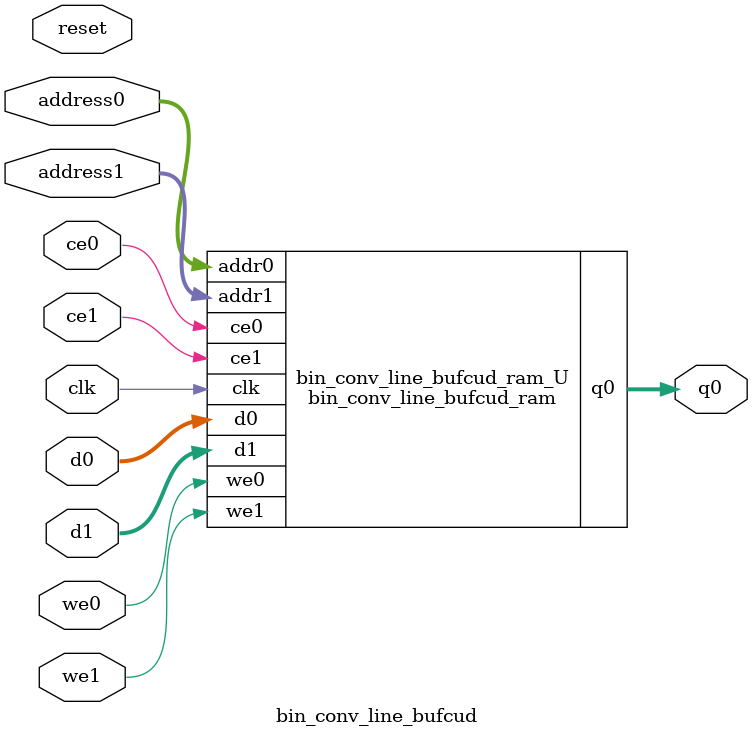
<source format=v>
`timescale 1 ns / 1 ps
module bin_conv_line_bufcud_ram (addr0, ce0, d0, we0, q0, addr1, ce1, d1, we1,  clk);

parameter DWIDTH = 2;
parameter AWIDTH = 9;
parameter MEM_SIZE = 480;

input[AWIDTH-1:0] addr0;
input ce0;
input[DWIDTH-1:0] d0;
input we0;
output reg[DWIDTH-1:0] q0;
input[AWIDTH-1:0] addr1;
input ce1;
input[DWIDTH-1:0] d1;
input we1;
input clk;

(* ram_style = "block" *)reg [DWIDTH-1:0] ram[0:MEM_SIZE-1];




always @(posedge clk)  
begin 
    if (ce0) 
    begin
        if (we0) 
        begin 
            ram[addr0] <= d0; 
        end 
        q0 <= ram[addr0];
    end
end


always @(posedge clk)  
begin 
    if (ce1) 
    begin
        if (we1) 
        begin 
            ram[addr1] <= d1; 
        end 
    end
end


endmodule

`timescale 1 ns / 1 ps
module bin_conv_line_bufcud(
    reset,
    clk,
    address0,
    ce0,
    we0,
    d0,
    q0,
    address1,
    ce1,
    we1,
    d1);

parameter DataWidth = 32'd2;
parameter AddressRange = 32'd480;
parameter AddressWidth = 32'd9;
input reset;
input clk;
input[AddressWidth - 1:0] address0;
input ce0;
input we0;
input[DataWidth - 1:0] d0;
output[DataWidth - 1:0] q0;
input[AddressWidth - 1:0] address1;
input ce1;
input we1;
input[DataWidth - 1:0] d1;



bin_conv_line_bufcud_ram bin_conv_line_bufcud_ram_U(
    .clk( clk ),
    .addr0( address0 ),
    .ce0( ce0 ),
    .we0( we0 ),
    .d0( d0 ),
    .q0( q0 ),
    .addr1( address1 ),
    .ce1( ce1 ),
    .we1( we1 ),
    .d1( d1 ));

endmodule


</source>
